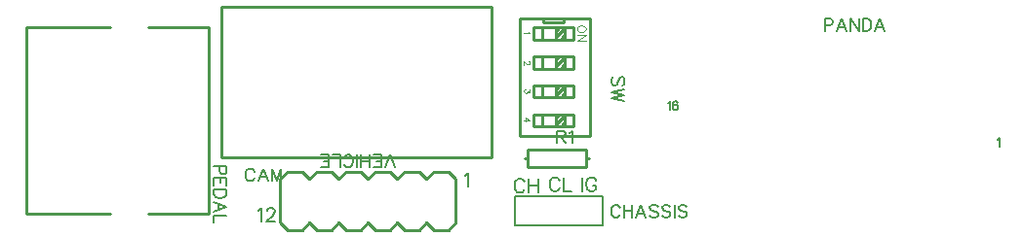
<source format=gto>
G04 Layer: TopSilkLayer*
G04 EasyEDA v6.4.0, 2020-07-27T12:46:18--4:00*
G04 2e079c731a7a4ad983510c8d2f636924,10*
G04 Gerber Generator version 0.2*
G04 Scale: 100 percent, Rotated: No, Reflected: No *
G04 Dimensions in inches *
G04 leading zeros omitted , absolute positions ,2 integer and 4 decimal *
%FSLAX24Y24*%
%MOIN*%
G90*
G70D02*

%ADD10C,0.010000*%
%ADD23C,0.008000*%
%ADD24C,0.007992*%
%ADD25C,0.006000*%
%ADD26C,0.003937*%

%LPD*%
G54D10*
G01X3299Y7050D02*
G01X5349Y7050D01*
G01X5349Y650D01*
G01X3299Y650D01*
G01X1999Y649D02*
G01X-900Y649D01*
G01X-900Y7050D01*
G01X1999Y7050D01*
G54D23*
G01X16550Y1250D02*
G01X15800Y1250D01*
G01X15800Y250D01*
G01X18800Y250D01*
G01X18800Y1250D01*
G54D24*
G01X18800Y1250D02*
G01X16550Y1250D01*
G54D10*
G01X16250Y2850D02*
G01X18250Y2850D01*
G01X18250Y2850D02*
G01X18250Y2550D01*
G01X18250Y2550D02*
G01X18250Y2250D01*
G01X18250Y2250D02*
G01X16250Y2250D01*
G01X16250Y2250D02*
G01X16250Y2550D01*
G01X16250Y2550D02*
G01X16250Y2850D01*
G01X18250Y2550D02*
G01X18350Y2550D01*
G01X16250Y2550D02*
G01X16150Y2550D01*
G01X15026Y2599D02*
G01X5774Y2599D01*
G01X15026Y2599D02*
G01X15026Y7753D01*
G01X5778Y7753D02*
G01X15030Y7753D01*
G01X5774Y7753D02*
G01X5774Y2600D01*
G01X8799Y1850D02*
G01X8549Y2100D01*
G01X8049Y2100D01*
G01X7799Y1850D01*
G01X7799Y350D02*
G01X7799Y1850D01*
G01X13799Y350D02*
G01X13799Y1850D01*
G01X13799Y350D02*
G01X13549Y100D01*
G01X13049Y100D01*
G01X12799Y350D01*
G01X13799Y1850D02*
G01X13549Y2100D01*
G01X13049Y2100D01*
G01X12799Y1850D01*
G01X12799Y350D02*
G01X12549Y100D01*
G01X12049Y100D01*
G01X11799Y350D01*
G01X12799Y1850D02*
G01X12549Y2100D01*
G01X12049Y2100D01*
G01X11799Y1850D01*
G01X11799Y350D02*
G01X11549Y100D01*
G01X11049Y100D01*
G01X10799Y350D01*
G01X11799Y1850D02*
G01X11549Y2100D01*
G01X11049Y2100D01*
G01X10799Y1850D01*
G01X10799Y350D02*
G01X10549Y100D01*
G01X10049Y100D01*
G01X9799Y350D01*
G01X10799Y1850D02*
G01X10549Y2100D01*
G01X10049Y2100D01*
G01X9799Y1850D01*
G01X9799Y350D02*
G01X9549Y100D01*
G01X9049Y100D01*
G01X8799Y350D01*
G01X9799Y1850D02*
G01X9549Y2100D01*
G01X9049Y2100D01*
G01X8799Y1850D01*
G01X8799Y350D02*
G01X8549Y100D01*
G01X8049Y100D01*
G01X7799Y350D01*
G01X18373Y7353D02*
G01X18369Y3338D01*
G01X18369Y7357D02*
G01X16007Y7357D01*
G01X17806Y6042D02*
G01X16448Y6042D01*
G01X16448Y5629D01*
G01X17794Y5629D01*
G01X17806Y5629D01*
G01X17806Y6042D01*
G01X17814Y5061D02*
G01X16456Y5061D01*
G01X16456Y4648D01*
G01X17803Y4648D01*
G01X17814Y4648D01*
G01X17814Y5061D01*
G01X17818Y4057D02*
G01X16460Y4057D01*
G01X16460Y3644D01*
G01X17806Y3644D01*
G01X17818Y3644D01*
G01X17818Y4057D01*
G01X17803Y7050D02*
G01X16444Y7050D01*
G01X16444Y6637D01*
G01X17791Y6637D01*
G01X17803Y6637D01*
G01X17803Y7050D01*
G01X17523Y7000D02*
G01X17523Y6657D01*
G01X17216Y7008D02*
G01X17216Y6665D01*
G01X17523Y7011D02*
G01X17228Y6716D01*
G01X17216Y6716D01*
G01X17216Y6929D02*
G01X17322Y7035D01*
G01X17523Y6775D02*
G01X17428Y6681D01*
G01X17428Y6669D01*
G01X16755Y7000D02*
G01X16755Y6657D01*
G01X17511Y6011D02*
G01X17511Y5669D01*
G01X17205Y6020D02*
G01X17205Y5677D01*
G01X17511Y6023D02*
G01X17216Y5728D01*
G01X17204Y5728D01*
G01X17204Y5941D02*
G01X17310Y6047D01*
G01X17511Y5787D02*
G01X17417Y5693D01*
G01X17417Y5681D01*
G01X16743Y6011D02*
G01X16743Y5669D01*
G01X17511Y5003D02*
G01X17511Y4660D01*
G01X17205Y5011D02*
G01X17205Y4669D01*
G01X17511Y5015D02*
G01X17216Y4719D01*
G01X17204Y4719D01*
G01X17204Y4932D02*
G01X17310Y5038D01*
G01X17511Y4778D02*
G01X17417Y4684D01*
G01X17417Y4672D01*
G01X16743Y5003D02*
G01X16743Y4660D01*
G01X17511Y4015D02*
G01X17511Y3672D01*
G01X17205Y4023D02*
G01X17205Y3680D01*
G01X17511Y4026D02*
G01X17216Y3731D01*
G01X17204Y3731D01*
G01X17204Y3944D02*
G01X17310Y4050D01*
G01X17511Y3790D02*
G01X17417Y3696D01*
G01X17417Y3684D01*
G01X16743Y4015D02*
G01X16743Y3672D01*
G01X17499Y7342D02*
G01X17499Y7224D01*
G01X16769Y7224D01*
G01X16769Y7332D01*
G01X15999Y7353D02*
G01X15999Y3338D01*
G01X18369Y3338D02*
G01X16007Y3338D01*
G54D23*
G01X18100Y1905D02*
G01X18100Y1426D01*
G01X18590Y1790D02*
G01X18568Y1836D01*
G01X18522Y1882D01*
G01X18477Y1905D01*
G01X18385Y1905D01*
G01X18340Y1882D01*
G01X18294Y1836D01*
G01X18272Y1790D01*
G01X18250Y1723D01*
G01X18250Y1609D01*
G01X18272Y1540D01*
G01X18294Y1494D01*
G01X18340Y1450D01*
G01X18385Y1426D01*
G01X18477Y1426D01*
G01X18522Y1450D01*
G01X18568Y1494D01*
G01X18590Y1540D01*
G01X18590Y1609D01*
G01X18477Y1609D02*
G01X18590Y1609D01*
G01X17340Y1790D02*
G01X17318Y1836D01*
G01X17272Y1882D01*
G01X17227Y1905D01*
G01X17135Y1905D01*
G01X17090Y1882D01*
G01X17044Y1836D01*
G01X17022Y1790D01*
G01X17000Y1723D01*
G01X17000Y1609D01*
G01X17022Y1540D01*
G01X17044Y1494D01*
G01X17090Y1450D01*
G01X17135Y1426D01*
G01X17227Y1426D01*
G01X17272Y1450D01*
G01X17318Y1494D01*
G01X17340Y1540D01*
G01X17490Y1905D02*
G01X17490Y1426D01*
G01X17490Y1426D02*
G01X17764Y1426D01*
G01X16140Y1740D02*
G01X16118Y1786D01*
G01X16072Y1832D01*
G01X16027Y1855D01*
G01X15935Y1855D01*
G01X15890Y1832D01*
G01X15844Y1786D01*
G01X15822Y1740D01*
G01X15800Y1673D01*
G01X15800Y1559D01*
G01X15822Y1490D01*
G01X15844Y1444D01*
G01X15890Y1400D01*
G01X15935Y1376D01*
G01X16027Y1376D01*
G01X16072Y1400D01*
G01X16118Y1444D01*
G01X16140Y1490D01*
G01X16290Y1855D02*
G01X16290Y1376D01*
G01X16609Y1855D02*
G01X16609Y1376D01*
G01X16290Y1626D02*
G01X16609Y1626D01*
G01X7050Y763D02*
G01X7094Y786D01*
G01X7163Y855D01*
G01X7163Y376D01*
G01X7336Y740D02*
G01X7336Y763D01*
G01X7359Y809D01*
G01X7381Y832D01*
G01X7427Y855D01*
G01X7518Y855D01*
G01X7564Y832D01*
G01X7585Y809D01*
G01X7609Y763D01*
G01X7609Y717D01*
G01X7585Y673D01*
G01X7540Y605D01*
G01X7313Y376D01*
G01X7631Y376D01*
G01X14100Y1963D02*
G01X14144Y1986D01*
G01X14214Y2055D01*
G01X14214Y1576D01*
G54D25*
G01X5953Y2300D02*
G01X5524Y2300D01*
G01X5953Y2300D02*
G01X5953Y2116D01*
G01X5933Y2054D01*
G01X5912Y2034D01*
G01X5871Y2013D01*
G01X5810Y2013D01*
G01X5769Y2034D01*
G01X5749Y2054D01*
G01X5728Y2116D01*
G01X5728Y2300D01*
G01X5953Y1878D02*
G01X5524Y1878D01*
G01X5953Y1878D02*
G01X5953Y1613D01*
G01X5749Y1878D02*
G01X5749Y1715D01*
G01X5524Y1878D02*
G01X5524Y1613D01*
G01X5953Y1478D02*
G01X5524Y1478D01*
G01X5953Y1478D02*
G01X5953Y1334D01*
G01X5933Y1273D01*
G01X5892Y1232D01*
G01X5851Y1212D01*
G01X5790Y1191D01*
G01X5687Y1191D01*
G01X5626Y1212D01*
G01X5585Y1232D01*
G01X5544Y1273D01*
G01X5524Y1334D01*
G01X5524Y1478D01*
G01X5953Y893D02*
G01X5524Y1056D01*
G01X5953Y893D02*
G01X5524Y729D01*
G01X5667Y995D02*
G01X5667Y790D01*
G01X5953Y594D02*
G01X5524Y594D01*
G01X5524Y594D02*
G01X5524Y348D01*
G01X19406Y851D02*
G01X19385Y892D01*
G01X19344Y934D01*
G01X19305Y953D01*
G01X19222Y953D01*
G01X19181Y934D01*
G01X19140Y892D01*
G01X19119Y851D01*
G01X19100Y790D01*
G01X19100Y688D01*
G01X19119Y626D01*
G01X19140Y586D01*
G01X19181Y544D01*
G01X19222Y525D01*
G01X19305Y525D01*
G01X19344Y544D01*
G01X19385Y586D01*
G01X19406Y626D01*
G01X19542Y953D02*
G01X19542Y525D01*
G01X19827Y953D02*
G01X19827Y525D01*
G01X19542Y750D02*
G01X19827Y750D01*
G01X20127Y953D02*
G01X19963Y525D01*
G01X20127Y953D02*
G01X20289Y525D01*
G01X20025Y667D02*
G01X20228Y667D01*
G01X20711Y892D02*
G01X20671Y934D01*
G01X20610Y953D01*
G01X20527Y953D01*
G01X20465Y934D01*
G01X20425Y892D01*
G01X20425Y851D01*
G01X20446Y811D01*
G01X20465Y790D01*
G01X20506Y769D01*
G01X20630Y728D01*
G01X20671Y709D01*
G01X20690Y688D01*
G01X20711Y646D01*
G01X20711Y586D01*
G01X20671Y544D01*
G01X20610Y525D01*
G01X20527Y525D01*
G01X20465Y544D01*
G01X20425Y586D01*
G01X21132Y892D02*
G01X21092Y934D01*
G01X21031Y953D01*
G01X20948Y953D01*
G01X20888Y934D01*
G01X20847Y892D01*
G01X20847Y851D01*
G01X20867Y811D01*
G01X20888Y790D01*
G01X20928Y769D01*
G01X21051Y728D01*
G01X21092Y709D01*
G01X21113Y688D01*
G01X21132Y646D01*
G01X21132Y586D01*
G01X21092Y544D01*
G01X21031Y525D01*
G01X20948Y525D01*
G01X20888Y544D01*
G01X20847Y586D01*
G01X21268Y953D02*
G01X21268Y525D01*
G01X21689Y892D02*
G01X21648Y934D01*
G01X21586Y953D01*
G01X21505Y953D01*
G01X21443Y934D01*
G01X21402Y892D01*
G01X21402Y851D01*
G01X21423Y811D01*
G01X21443Y790D01*
G01X21485Y769D01*
G01X21607Y728D01*
G01X21648Y709D01*
G01X21668Y688D01*
G01X21689Y646D01*
G01X21689Y586D01*
G01X21648Y544D01*
G01X21586Y525D01*
G01X21505Y525D01*
G01X21443Y544D01*
G01X21402Y586D01*
G01X26400Y7353D02*
G01X26400Y6925D01*
G01X26400Y7353D02*
G01X26584Y7353D01*
G01X26644Y7334D01*
G01X26665Y7313D01*
G01X26685Y7271D01*
G01X26685Y7211D01*
G01X26665Y7169D01*
G01X26644Y7150D01*
G01X26584Y7128D01*
G01X26400Y7128D01*
G01X26985Y7353D02*
G01X26821Y6925D01*
G01X26985Y7353D02*
G01X27148Y6925D01*
G01X26882Y7067D02*
G01X27086Y7067D01*
G01X27284Y7353D02*
G01X27284Y6925D01*
G01X27284Y7353D02*
G01X27569Y6925D01*
G01X27569Y7353D02*
G01X27569Y6925D01*
G01X27705Y7353D02*
G01X27705Y6925D01*
G01X27705Y7353D02*
G01X27847Y7353D01*
G01X27910Y7334D01*
G01X27950Y7292D01*
G01X27971Y7251D01*
G01X27990Y7190D01*
G01X27990Y7088D01*
G01X27971Y7026D01*
G01X27950Y6986D01*
G01X27910Y6944D01*
G01X27847Y6925D01*
G01X27705Y6925D01*
G01X28289Y7353D02*
G01X28126Y6925D01*
G01X28289Y7353D02*
G01X28453Y6925D01*
G01X28188Y7067D02*
G01X28392Y7067D01*
G01X32305Y3203D02*
G01X32331Y3217D01*
G01X32372Y3259D01*
G01X32372Y2971D01*
G01X21055Y4453D02*
G01X21081Y4467D01*
G01X21122Y4509D01*
G01X21122Y4221D01*
G01X21377Y4467D02*
G01X21363Y4494D01*
G01X21322Y4509D01*
G01X21294Y4509D01*
G01X21253Y4494D01*
G01X21227Y4453D01*
G01X21213Y4386D01*
G01X21213Y4317D01*
G01X21227Y4263D01*
G01X21253Y4236D01*
G01X21294Y4221D01*
G01X21309Y4221D01*
G01X21350Y4236D01*
G01X21377Y4263D01*
G01X21389Y4303D01*
G01X21389Y4317D01*
G01X21377Y4359D01*
G01X21350Y4386D01*
G01X21309Y4400D01*
G01X21294Y4400D01*
G01X21253Y4386D01*
G01X21227Y4359D01*
G01X21213Y4317D01*
G01X17250Y3503D02*
G01X17250Y3075D01*
G01X17250Y3503D02*
G01X17434Y3503D01*
G01X17494Y3484D01*
G01X17515Y3463D01*
G01X17535Y3421D01*
G01X17535Y3380D01*
G01X17515Y3340D01*
G01X17494Y3319D01*
G01X17434Y3300D01*
G01X17250Y3300D01*
G01X17393Y3300D02*
G01X17535Y3075D01*
G01X17671Y3421D02*
G01X17711Y3442D01*
G01X17773Y3503D01*
G01X17773Y3075D01*
G01X11700Y2246D02*
G01X11536Y2675D01*
G01X11372Y2246D02*
G01X11536Y2675D01*
G01X11237Y2246D02*
G01X11237Y2675D01*
G01X11237Y2246D02*
G01X10971Y2246D01*
G01X11237Y2450D02*
G01X11074Y2450D01*
G01X11237Y2675D02*
G01X10971Y2675D01*
G01X10836Y2246D02*
G01X10836Y2675D01*
G01X10550Y2246D02*
G01X10550Y2675D01*
G01X10836Y2450D02*
G01X10550Y2450D01*
G01X10415Y2246D02*
G01X10415Y2675D01*
G01X9973Y2348D02*
G01X9994Y2307D01*
G01X10035Y2265D01*
G01X10076Y2246D01*
G01X10157Y2246D01*
G01X10198Y2265D01*
G01X10239Y2307D01*
G01X10260Y2348D01*
G01X10280Y2409D01*
G01X10280Y2511D01*
G01X10260Y2573D01*
G01X10239Y2613D01*
G01X10198Y2655D01*
G01X10157Y2675D01*
G01X10076Y2675D01*
G01X10035Y2655D01*
G01X9994Y2613D01*
G01X9973Y2573D01*
G01X9838Y2246D02*
G01X9838Y2675D01*
G01X9838Y2675D02*
G01X9593Y2675D01*
G01X9458Y2246D02*
G01X9458Y2675D01*
G01X9458Y2246D02*
G01X9192Y2246D01*
G01X9458Y2450D02*
G01X9294Y2450D01*
G01X9458Y2675D02*
G01X9192Y2675D01*
G01X6907Y2101D02*
G01X6886Y2142D01*
G01X6844Y2184D01*
G01X6805Y2203D01*
G01X6723Y2203D01*
G01X6682Y2184D01*
G01X6640Y2142D01*
G01X6619Y2101D01*
G01X6600Y2040D01*
G01X6600Y1938D01*
G01X6619Y1876D01*
G01X6640Y1836D01*
G01X6682Y1794D01*
G01X6723Y1775D01*
G01X6805Y1775D01*
G01X6844Y1794D01*
G01X6886Y1836D01*
G01X6907Y1876D01*
G01X7205Y2203D02*
G01X7042Y1775D01*
G01X7205Y2203D02*
G01X7368Y1775D01*
G01X7103Y1917D02*
G01X7307Y1917D01*
G01X7503Y2203D02*
G01X7503Y1775D01*
G01X7503Y2203D02*
G01X7668Y1775D01*
G01X7831Y2203D02*
G01X7668Y1775D01*
G01X7831Y2203D02*
G01X7831Y1775D01*
G01X19493Y5063D02*
G01X19534Y5105D01*
G01X19553Y5165D01*
G01X19553Y5248D01*
G01X19534Y5309D01*
G01X19493Y5350D01*
G01X19452Y5350D01*
G01X19410Y5330D01*
G01X19389Y5309D01*
G01X19369Y5267D01*
G01X19328Y5144D01*
G01X19309Y5105D01*
G01X19288Y5084D01*
G01X19247Y5063D01*
G01X19185Y5063D01*
G01X19144Y5105D01*
G01X19125Y5165D01*
G01X19125Y5248D01*
G01X19144Y5309D01*
G01X19185Y5350D01*
G01X19553Y4928D02*
G01X19125Y4826D01*
G01X19553Y4723D02*
G01X19125Y4826D01*
G01X19553Y4723D02*
G01X19125Y4621D01*
G01X19553Y4519D02*
G01X19125Y4621D01*
G54D26*
G01X16280Y6888D02*
G01X16289Y6869D01*
G01X16314Y6842D01*
G01X16127Y6842D01*
G01X16275Y5884D02*
G01X16284Y5884D01*
G01X16301Y5875D01*
G01X16310Y5865D01*
G01X16318Y5848D01*
G01X16318Y5811D01*
G01X16310Y5794D01*
G01X16301Y5786D01*
G01X16284Y5776D01*
G01X16265Y5776D01*
G01X16247Y5786D01*
G01X16221Y5803D01*
G01X16131Y5892D01*
G01X16131Y5767D01*
G01X16318Y4907D02*
G01X16318Y4809D01*
G01X16247Y4861D01*
G01X16247Y4836D01*
G01X16239Y4817D01*
G01X16230Y4809D01*
G01X16202Y4800D01*
G01X16185Y4800D01*
G01X16157Y4809D01*
G01X16139Y4826D01*
G01X16131Y4853D01*
G01X16131Y4880D01*
G01X16139Y4907D01*
G01X16148Y4915D01*
G01X16167Y4925D01*
G01X18238Y7032D02*
G01X18222Y7061D01*
G01X18194Y7088D01*
G01X18165Y7103D01*
G01X18122Y7117D01*
G01X18052Y7117D01*
G01X18009Y7103D01*
G01X17980Y7088D01*
G01X17951Y7061D01*
G01X17936Y7032D01*
G01X17936Y6975D01*
G01X17951Y6946D01*
G01X17980Y6917D01*
G01X18009Y6903D01*
G01X18052Y6888D01*
G01X18122Y6888D01*
G01X18165Y6903D01*
G01X18194Y6917D01*
G01X18222Y6946D01*
G01X18238Y6975D01*
G01X18238Y7032D01*
G01X18238Y6794D02*
G01X17936Y6794D01*
G01X18238Y6794D02*
G01X17936Y6594D01*
G01X18238Y6594D02*
G01X17936Y6594D01*
G01X16310Y3863D02*
G01X16185Y3955D01*
G01X16185Y3819D01*
G01X16310Y3863D02*
G01X16122Y3863D01*
M00*
M02*

</source>
